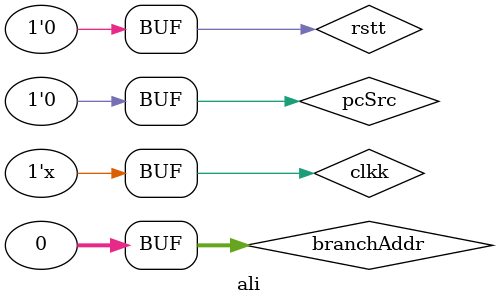
<source format=v>
`timescale 1ns / 1ps


module ali;

	// Inputs
	reg clkk;
	reg pcSrc;
	reg [31:0] branchAddr;
	reg rstt;

	// Outputs
	wire [31:0] adderOutput;
	wire [31:0] ins;
	wire hitt;

	// Instantiate the Unit Under Test (UUT)//
	InstructionFetch uut (
		.clkk(clkk), 
		.pcSrc(pcSrc), 
		.branchAddr(branchAddr), 
		.rstt(rstt), 
		.adderOutput(adderOutput), 
		.ins(ins), 
		.hitt(hitt)
	);

	initial begin
		// Initialize Inputs
		clkk = 0;
		pcSrc = 0;
		branchAddr = 0;
		rstt = 0;
		#100;
			rstt=1;
		#100;
			rstt=0;//
		// Wait 100 ns for global reset to finish
		#100;
        
		// Add stimulus here
		
	end
   always #50 clkk=~clkk;
endmodule


</source>
